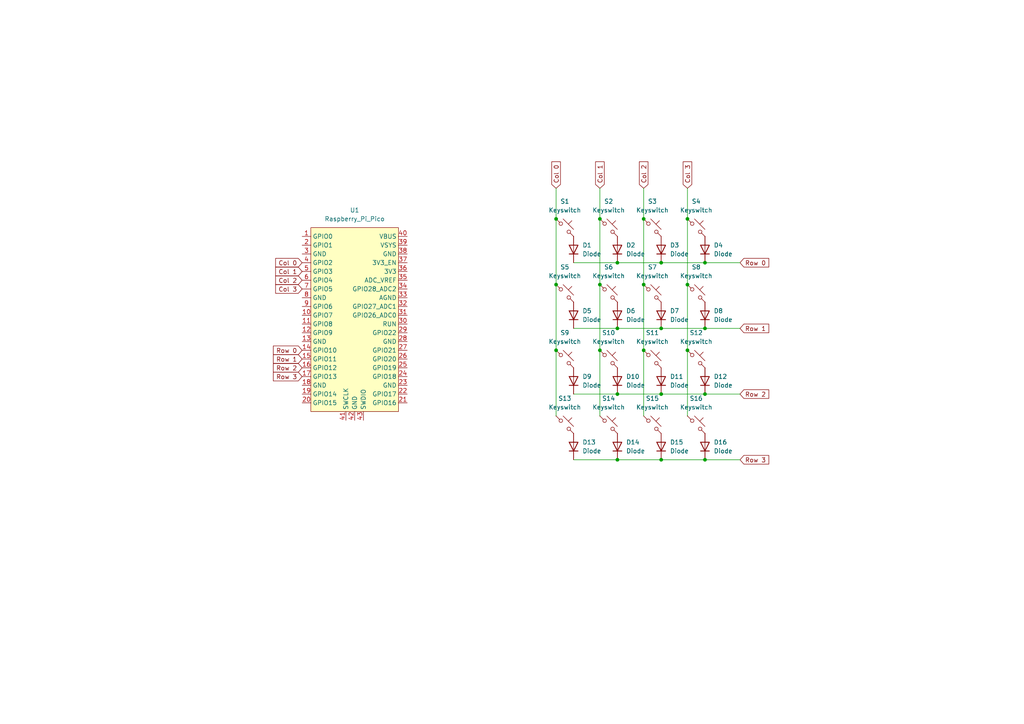
<source format=kicad_sch>
(kicad_sch (version 20230121) (generator eeschema)
  (paper "A4")
  (lib_symbols
    (symbol "extra:MCU_Raspberry_Pi_Pico"
      (property "Reference" "U" (at 0 0 0))
      (property "Value" "Raspberry_Pi_Pico" (at 0 27.94 0))
      (symbol "MCU_Raspberry_Pi_Pico_0_1"
        (rectangle (start -12.7 26.67) (end 12.7 -26.67) (fill (type background)))
      )
      (symbol "MCU_Raspberry_Pi_Pico_1_1"
        (pin bidirectional line (at -15.24 24.13 0) (length 2.54) (name "GPIO0") (number "1"))
        (pin bidirectional line (at -15.24 1.27 0) (length 2.54) (name "GPIO7") (number "10"))
        (pin bidirectional line (at -15.24 -1.27 0) (length 2.54) (name "GPIO8") (number "11"))
        (pin bidirectional line (at -15.24 -3.81 0) (length 2.54) (name "GPIO9") (number "12"))
        (pin power_in line (at -15.24 -6.35 0) (length 2.54) (name "GND") (number "13"))
        (pin bidirectional line (at -15.24 -8.89 0) (length 2.54) (name "GPIO10") (number "14"))
        (pin bidirectional line (at -15.24 -11.43 0) (length 2.54) (name "GPIO11") (number "15"))
        (pin bidirectional line (at -15.24 -13.97 0) (length 2.54) (name "GPIO12") (number "16"))
        (pin bidirectional line (at -15.24 -16.51 0) (length 2.54) (name "GPIO13") (number "17"))
        (pin power_in line (at -15.24 -19.05 0) (length 2.54) (name "GND") (number "18"))
        (pin bidirectional line (at -15.24 -21.59 0) (length 2.54) (name "GPIO14") (number "19"))
        (pin bidirectional line (at -15.24 21.59 0) (length 2.54) (name "GPIO1") (number "2"))
        (pin bidirectional line (at -15.24 -24.13 0) (length 2.54) (name "GPIO15") (number "20"))
        (pin bidirectional line (at 15.24 -24.13 180) (length 2.54) (name "GPIO16") (number "21"))
        (pin bidirectional line (at 15.24 -21.59 180) (length 2.54) (name "GPIO17") (number "22"))
        (pin power_in line (at 15.24 -19.05 180) (length 2.54) (name "GND") (number "23"))
        (pin bidirectional line (at 15.24 -16.51 180) (length 2.54) (name "GPIO18") (number "24"))
        (pin bidirectional line (at 15.24 -13.97 180) (length 2.54) (name "GPIO19") (number "25"))
        (pin bidirectional line (at 15.24 -11.43 180) (length 2.54) (name "GPIO20") (number "26"))
        (pin bidirectional line (at 15.24 -8.89 180) (length 2.54) (name "GPIO21") (number "27"))
        (pin power_in line (at 15.24 -6.35 180) (length 2.54) (name "GND") (number "28"))
        (pin bidirectional line (at 15.24 -3.81 180) (length 2.54) (name "GPIO22") (number "29"))
        (pin power_in line (at -15.24 19.05 0) (length 2.54) (name "GND") (number "3"))
        (pin input line (at 15.24 -1.27 180) (length 2.54) (name "RUN") (number "30"))
        (pin bidirectional line (at 15.24 1.27 180) (length 2.54) (name "GPIO26_ADC0") (number "31"))
        (pin bidirectional line (at 15.24 3.81 180) (length 2.54) (name "GPIO27_ADC1") (number "32"))
        (pin power_in line (at 15.24 6.35 180) (length 2.54) (name "AGND") (number "33"))
        (pin bidirectional line (at 15.24 8.89 180) (length 2.54) (name "GPIO28_ADC2") (number "34"))
        (pin power_in line (at 15.24 11.43 180) (length 2.54) (name "ADC_VREF") (number "35"))
        (pin power_in line (at 15.24 13.97 180) (length 2.54) (name "3V3") (number "36"))
        (pin input line (at 15.24 16.51 180) (length 2.54) (name "3V3_EN") (number "37"))
        (pin bidirectional line (at 15.24 19.05 180) (length 2.54) (name "GND") (number "38"))
        (pin power_in line (at 15.24 21.59 180) (length 2.54) (name "VSYS") (number "39"))
        (pin bidirectional line (at -15.24 16.51 0) (length 2.54) (name "GPIO2") (number "4"))
        (pin power_in line (at 15.24 24.13 180) (length 2.54) (name "VBUS") (number "40"))
        (pin input line (at -2.54 -29.21 90) (length 2.54) (name "SWCLK") (number "41"))
        (pin power_in line (at 0 -29.21 90) (length 2.54) (name "GND") (number "42"))
        (pin bidirectional line (at 2.54 -29.21 90) (length 2.54) (name "SWDIO") (number "43"))
        (pin bidirectional line (at -15.24 13.97 0) (length 2.54) (name "GPIO3") (number "5"))
        (pin bidirectional line (at -15.24 11.43 0) (length 2.54) (name "GPIO4") (number "6"))
        (pin bidirectional line (at -15.24 8.89 0) (length 2.54) (name "GPIO5") (number "7"))
        (pin power_in line (at -15.24 6.35 0) (length 2.54) (name "GND") (number "8"))
        (pin bidirectional line (at -15.24 3.81 0) (length 2.54) (name "GPIO6") (number "9"))
      )
    )
    (symbol "extra:Placeholder_Diode" (pin_numbers hide) (pin_names hide)
      (property "Reference" "D" (at 0 2.54 0))
      (property "Value" "Diode" (at 0 -2.54 0))
      (symbol "Placeholder_Diode_0_1"
        (polyline (pts (xy -1.27 1.27) (xy -1.27 -1.27)) (stroke (width 0.254)))
        (polyline (pts (xy 1.27 0) (xy -1.27 0)))
        (polyline (pts (xy 1.27 1.27) (xy 1.27 -1.27) (xy -1.27 0) (xy 1.27 1.27)) (stroke (width 0.254)))
      )
      (symbol "Placeholder_Diode_1_1"
        (pin passive line (at -3.81 0 0) (length 2.54) (name "K") (number "1"))
        (pin passive line (at 3.81 0 180) (length 2.54) (name "A") (number "2"))
      )
    )
    (symbol "extra:Placeholder_Keyswitch" (pin_numbers hide) (pin_names (offset 1.016) hide)
      (property "Reference" "S" (at 3.048 1.016 0))
      (property "Value" "Keyswitch" (at 0 -3.81 0))
      (symbol "Placeholder_Keyswitch_0_1"
        (circle (center -1.1684 1.1684) (radius 0.508))
        (polyline (pts (xy -0.508 2.54) (xy 2.54 -0.508)))
        (polyline (pts (xy 1.016 1.016) (xy 2.032 2.032)))
        (polyline (pts (xy -2.54 2.54) (xy -1.524 1.524) (xy -1.524 1.524)))
        (polyline (pts (xy 1.524 -1.524) (xy 2.54 -2.54) (xy 2.54 -2.54) (xy 2.54 -2.54)))
        (circle (center 1.143 -1.1938) (radius 0.508))
        (pin passive line (at -2.54 2.54 0) (length 0) (name "1") (number "1"))
        (pin passive line (at 2.54 -2.54 180) (length 0) (name "2") (number "2"))
      )
    )
  )
  (junction (at 191.77 76.2))
  (junction (at 173.99 63.5))
  (junction (at 186.69 82.55))
  (junction (at 179.07 76.2))
  (junction (at 204.47 76.2))
  (junction (at 173.99 101.6))
  (junction (at 199.39 82.55))
  (junction (at 186.69 101.6))
  (junction (at 191.77 133.35))
  (junction (at 204.47 133.35))
  (junction (at 204.47 114.3))
  (junction (at 161.29 63.5))
  (junction (at 199.39 63.5))
  (junction (at 179.07 114.3))
  (junction (at 161.29 82.55))
  (junction (at 204.47 95.25))
  (junction (at 179.07 133.35))
  (junction (at 161.29 101.6))
  (junction (at 179.07 95.25))
  (junction (at 199.39 101.6))
  (junction (at 191.77 114.3))
  (junction (at 173.99 82.55))
  (junction (at 191.77 95.25))
  (junction (at 186.69 63.5))
  (wire (pts (xy 161.29 63.5) (xy 161.29 82.55)))
  (wire (pts (xy 161.29 82.55) (xy 161.29 101.6)))
  (wire (pts (xy 166.37 95.25) (xy 179.07 95.25)))
  (wire (pts (xy 161.29 101.6) (xy 161.29 120.65)))
  (wire (pts (xy 191.77 76.2) (xy 204.47 76.2)))
  (wire (pts (xy 186.69 54.61) (xy 186.69 63.5)))
  (wire (pts (xy 166.37 133.35) (xy 179.07 133.35)))
  (wire (pts (xy 214.63 114.3) (xy 204.47 114.3)))
  (wire (pts (xy 199.39 101.6) (xy 199.39 120.65)))
  (wire (pts (xy 166.37 114.3) (xy 179.07 114.3)))
  (wire (pts (xy 186.69 101.6) (xy 186.69 120.65)))
  (wire (pts (xy 199.39 82.55) (xy 199.39 101.6)))
  (wire (pts (xy 204.47 95.25) (xy 214.63 95.25)))
  (wire (pts (xy 199.39 54.61) (xy 199.39 63.5)))
  (wire (pts (xy 179.07 95.25) (xy 191.77 95.25)))
  (wire (pts (xy 173.99 54.61) (xy 173.99 63.5)))
  (wire (pts (xy 173.99 82.55) (xy 173.99 101.6)))
  (wire (pts (xy 186.69 82.55) (xy 186.69 101.6)))
  (wire (pts (xy 186.69 63.5) (xy 186.69 82.55)))
  (wire (pts (xy 191.77 95.25) (xy 204.47 95.25)))
  (wire (pts (xy 191.77 133.35) (xy 204.47 133.35)))
  (wire (pts (xy 214.63 76.2) (xy 204.47 76.2)))
  (wire (pts (xy 199.39 63.5) (xy 199.39 82.55)))
  (wire (pts (xy 161.29 54.61) (xy 161.29 63.5)))
  (wire (pts (xy 173.99 63.5) (xy 173.99 82.55)))
  (wire (pts (xy 173.99 101.6) (xy 173.99 120.65)))
  (wire (pts (xy 191.77 114.3) (xy 204.47 114.3)))
  (wire (pts (xy 214.63 133.35) (xy 204.47 133.35)))
  (wire (pts (xy 179.07 114.3) (xy 191.77 114.3)))
  (wire (pts (xy 166.37 76.2) (xy 179.07 76.2)))
  (wire (pts (xy 179.07 133.35) (xy 191.77 133.35)))
  (wire (pts (xy 179.07 76.2) (xy 191.77 76.2)))
  (global_label "Col 2" (shape input) (at 186.69 54.61 90) (property "Intersheetrefs" "${INTERSHEET_REFS}" (effects hide)))
  (global_label "Row 2" (shape input) (at 214.63 114.3 0) (property "Intersheetrefs" "${INTERSHEET_REFS}" (effects hide)))
  (global_label "Row 2" (shape input) (at 87.63 106.68 180) (property "Intersheetrefs" "${INTERSHEET_REFS}" (effects hide)))
  (global_label "Row 3" (shape input) (at 214.63 133.35 0) (property "Intersheetrefs" "${INTERSHEET_REFS}" (effects hide)))
  (global_label "Row 1" (shape input) (at 87.63 104.14 180) (property "Intersheetrefs" "${INTERSHEET_REFS}" (effects hide)))
  (global_label "Row 0" (shape input) (at 87.63 101.6 180) (property "Intersheetrefs" "${INTERSHEET_REFS}" (effects hide)))
  (global_label "Row 1" (shape input) (at 214.63 95.25 0) (property "Intersheetrefs" "${INTERSHEET_REFS}" (effects hide)))
  (global_label "Col 3" (shape input) (at 199.39 54.61 90) (property "Intersheetrefs" "${INTERSHEET_REFS}" (effects hide)))
  (global_label "Col 0" (shape input) (at 161.29 54.61 90) (property "Intersheetrefs" "${INTERSHEET_REFS}" (effects hide)))
  (global_label "Col 3" (shape input) (at 87.63 83.82 180) (property "Intersheetrefs" "${INTERSHEET_REFS}" (effects hide)))
  (global_label "Col 2" (shape input) (at 87.63 81.28 180) (property "Intersheetrefs" "${INTERSHEET_REFS}" (effects hide)))
  (global_label "Col 0" (shape input) (at 87.63 76.2 180) (property "Intersheetrefs" "${INTERSHEET_REFS}" (effects hide)))
  (global_label "Row 0" (shape input) (at 214.63 76.2 0) (property "Intersheetrefs" "${INTERSHEET_REFS}" (effects hide)))
  (global_label "Row 3" (shape input) (at 87.63 109.22 180) (property "Intersheetrefs" "${INTERSHEET_REFS}" (effects hide)))
  (global_label "Col 1" (shape input) (at 87.63 78.74 180) (property "Intersheetrefs" "${INTERSHEET_REFS}" (effects hide)))
  (global_label "Col 1" (shape input) (at 173.99 54.61 90) (property "Intersheetrefs" "${INTERSHEET_REFS}" (effects hide)))
  (symbol (lib_id "extra:Placeholder_Keyswitch") (at 189.23 66.04 0) (unit 1)
    (property "Reference" "S3" (at 189.23 58.42 0))
    (property "Value" "Keyswitch" (at 189.23 60.96 0))
    (property "Footprint" "MX:MX_PCB_1.00u" (effects hide))
  )
  (symbol (lib_id "extra:Placeholder_Keyswitch") (at 176.53 123.19 0) (unit 1)
    (property "Reference" "S14" (at 176.53 115.57 0))
    (property "Value" "Keyswitch" (at 176.53 118.11 0))
    (property "Footprint" "MX:MX_PCB_1.00u" (effects hide))
  )
  (symbol (lib_id "extra:Placeholder_Diode") (at 191.77 91.44 90) (unit 1)
    (property "Reference" "D7" (at 194.31 90.17 90) (effects (justify right)))
    (property "Value" "Diode" (at 194.31 92.71 90) (effects (justify right)))
    (property "Footprint" "Components:Diode_DO-35" (effects hide))
    (property "Sim.Device" "D" (effects hide))
    (property "Sim.Pins" "1=K 2=A" (effects hide))
  )
  (symbol (lib_id "extra:Placeholder_Diode") (at 166.37 91.44 90) (unit 1)
    (property "Reference" "D5" (at 168.91 90.17 90) (effects (justify right)))
    (property "Value" "Diode" (at 168.91 92.71 90) (effects (justify right)))
    (property "Footprint" "Components:Diode_DO-35" (effects hide))
    (property "Sim.Device" "D" (effects hide))
    (property "Sim.Pins" "1=K 2=A" (effects hide))
  )
  (symbol (lib_id "extra:Placeholder_Keyswitch") (at 189.23 123.19 0) (unit 1)
    (property "Reference" "S15" (at 189.23 115.57 0))
    (property "Value" "Keyswitch" (at 189.23 118.11 0))
    (property "Footprint" "MX:MX_PCB_1.00u" (effects hide))
  )
  (symbol (lib_id "extra:Placeholder_Diode") (at 166.37 110.49 90) (unit 1)
    (property "Reference" "D9" (at 168.91 109.22 90) (effects (justify right)))
    (property "Value" "Diode" (at 168.91 111.76 90) (effects (justify right)))
    (property "Footprint" "Components:Diode_DO-35" (effects hide))
    (property "Sim.Device" "D" (effects hide))
    (property "Sim.Pins" "1=K 2=A" (effects hide))
  )
  (symbol (lib_id "extra:Placeholder_Keyswitch") (at 163.83 85.09 0) (unit 1)
    (property "Reference" "S5" (at 163.83 77.47 0))
    (property "Value" "Keyswitch" (at 163.83 80.01 0))
    (property "Footprint" "MX:MX_PCB_1.00u" (effects hide))
  )
  (symbol (lib_id "extra:Placeholder_Keyswitch") (at 201.93 66.04 0) (unit 1)
    (property "Reference" "S4" (at 201.93 58.42 0))
    (property "Value" "Keyswitch" (at 201.93 60.96 0))
    (property "Footprint" "MX:MX_PCB_1.00u" (effects hide))
  )
  (symbol (lib_id "extra:Placeholder_Keyswitch") (at 163.83 66.04 0) (unit 1)
    (property "Reference" "S1" (at 163.83 58.42 0))
    (property "Value" "Keyswitch" (at 163.83 60.96 0))
    (property "Footprint" "MX:MX_PCB_1.00u" (effects hide))
  )
  (symbol (lib_id "extra:Placeholder_Diode") (at 191.77 129.54 90) (unit 1)
    (property "Reference" "D15" (at 194.31 128.27 90) (effects (justify right)))
    (property "Value" "Diode" (at 194.31 130.81 90) (effects (justify right)))
    (property "Footprint" "Components:Diode_DO-35" (effects hide))
    (property "Sim.Device" "D" (effects hide))
    (property "Sim.Pins" "1=K 2=A" (effects hide))
  )
  (symbol (lib_id "extra:Placeholder_Diode") (at 179.07 72.39 90) (unit 1)
    (property "Reference" "D2" (at 181.61 71.12 90) (effects (justify right)))
    (property "Value" "Diode" (at 181.61 73.66 90) (effects (justify right)))
    (property "Footprint" "Components:Diode_DO-35" (effects hide))
    (property "Sim.Device" "D" (effects hide))
    (property "Sim.Pins" "1=K 2=A" (effects hide))
  )
  (symbol (lib_id "extra:Placeholder_Diode") (at 166.37 129.54 90) (unit 1)
    (property "Reference" "D13" (at 168.91 128.27 90) (effects (justify right)))
    (property "Value" "Diode" (at 168.91 130.81 90) (effects (justify right)))
    (property "Footprint" "Components:Diode_DO-35" (effects hide))
    (property "Sim.Device" "D" (effects hide))
    (property "Sim.Pins" "1=K 2=A" (effects hide))
  )
  (symbol (lib_id "extra:Placeholder_Keyswitch") (at 201.93 123.19 0) (unit 1)
    (property "Reference" "S16" (at 201.93 115.57 0))
    (property "Value" "Keyswitch" (at 201.93 118.11 0))
    (property "Footprint" "MX:MX_PCB_1.00u" (effects hide))
  )
  (symbol (lib_id "extra:Placeholder_Diode") (at 204.47 72.39 90) (unit 1)
    (property "Reference" "D4" (at 207.01 71.12 90) (effects (justify right)))
    (property "Value" "Diode" (at 207.01 73.66 90) (effects (justify right)))
    (property "Footprint" "Components:Diode_DO-35" (effects hide))
    (property "Sim.Device" "D" (effects hide))
    (property "Sim.Pins" "1=K 2=A" (effects hide))
  )
  (symbol (lib_id "extra:Placeholder_Diode") (at 179.07 110.49 90) (unit 1)
    (property "Reference" "D10" (at 181.61 109.22 90) (effects (justify right)))
    (property "Value" "Diode" (at 181.61 111.76 90) (effects (justify right)))
    (property "Footprint" "Components:Diode_DO-35" (effects hide))
    (property "Sim.Device" "D" (effects hide))
    (property "Sim.Pins" "1=K 2=A" (effects hide))
  )
  (symbol (lib_id "extra:Placeholder_Keyswitch") (at 201.93 85.09 0) (unit 1)
    (property "Reference" "S8" (at 201.93 77.47 0))
    (property "Value" "Keyswitch" (at 201.93 80.01 0))
    (property "Footprint" "MX:MX_PCB_1.00u" (effects hide))
  )
  (symbol (lib_id "extra:Placeholder_Keyswitch") (at 189.23 104.14 0) (unit 1)
    (property "Reference" "S11" (at 189.23 96.52 0))
    (property "Value" "Keyswitch" (at 189.23 99.06 0))
    (property "Footprint" "MX:MX_PCB_1.00u" (effects hide))
  )
  (symbol (lib_id "extra:Placeholder_Diode") (at 179.07 91.44 90) (unit 1)
    (property "Reference" "D6" (at 181.61 90.17 90) (effects (justify right)))
    (property "Value" "Diode" (at 181.61 92.71 90) (effects (justify right)))
    (property "Footprint" "Components:Diode_DO-35" (effects hide))
    (property "Sim.Device" "D" (effects hide))
    (property "Sim.Pins" "1=K 2=A" (effects hide))
  )
  (symbol (lib_id "extra:Placeholder_Diode") (at 191.77 72.39 90) (unit 1)
    (property "Reference" "D3" (at 194.31 71.12 90) (effects (justify right)))
    (property "Value" "Diode" (at 194.31 73.66 90) (effects (justify right)))
    (property "Footprint" "Components:Diode_DO-35" (effects hide))
    (property "Sim.Device" "D" (effects hide))
    (property "Sim.Pins" "1=K 2=A" (effects hide))
  )
  (symbol (lib_id "extra:Placeholder_Diode") (at 166.37 72.39 90) (unit 1)
    (property "Reference" "D1" (at 168.91 71.12 90) (effects (justify right)))
    (property "Value" "Diode" (at 168.91 73.66 90) (effects (justify right)))
    (property "Footprint" "Components:Diode_DO-35" (effects hide))
    (property "Sim.Device" "D" (effects hide))
    (property "Sim.Pins" "1=K 2=A" (effects hide))
  )
  (symbol (lib_id "extra:Placeholder_Diode") (at 204.47 91.44 90) (unit 1)
    (property "Reference" "D8" (at 207.01 90.17 90) (effects (justify right)))
    (property "Value" "Diode" (at 207.01 92.71 90) (effects (justify right)))
    (property "Footprint" "Components:Diode_DO-35" (effects hide))
    (property "Sim.Device" "D" (effects hide))
    (property "Sim.Pins" "1=K 2=A" (effects hide))
  )
  (symbol (lib_id "extra:Placeholder_Keyswitch") (at 176.53 104.14 0) (unit 1)
    (property "Reference" "S10" (at 176.53 96.52 0))
    (property "Value" "Keyswitch" (at 176.53 99.06 0))
    (property "Footprint" "MX:MX_PCB_1.00u" (effects hide))
  )
  (symbol (lib_id "extra:Placeholder_Diode") (at 191.77 110.49 90) (unit 1)
    (property "Reference" "D11" (at 194.31 109.22 90) (effects (justify right)))
    (property "Value" "Diode" (at 194.31 111.76 90) (effects (justify right)))
    (property "Footprint" "Components:Diode_DO-35" (effects hide))
    (property "Sim.Device" "D" (effects hide))
    (property "Sim.Pins" "1=K 2=A" (effects hide))
  )
  (symbol (lib_id "extra:Placeholder_Diode") (at 204.47 129.54 90) (unit 1)
    (property "Reference" "D16" (at 207.01 128.27 90) (effects (justify right)))
    (property "Value" "Diode" (at 207.01 130.81 90) (effects (justify right)))
    (property "Footprint" "Components:Diode_DO-35" (effects hide))
    (property "Sim.Device" "D" (effects hide))
    (property "Sim.Pins" "1=K 2=A" (effects hide))
  )
  (symbol (lib_id "extra:Placeholder_Keyswitch") (at 176.53 66.04 0) (unit 1)
    (property "Reference" "S2" (at 176.53 58.42 0))
    (property "Value" "Keyswitch" (at 176.53 60.96 0))
    (property "Footprint" "MX:MX_PCB_1.00u" (effects hide))
  )
  (symbol (lib_id "extra:Placeholder_Keyswitch") (at 176.53 85.09 0) (unit 1)
    (property "Reference" "S6" (at 176.53 77.47 0))
    (property "Value" "Keyswitch" (at 176.53 80.01 0))
    (property "Footprint" "MX:MX_PCB_1.00u" (effects hide))
  )
  (symbol (lib_id "extra:Placeholder_Keyswitch") (at 163.83 104.14 0) (unit 1)
    (property "Reference" "S9" (at 163.83 96.52 0))
    (property "Value" "Keyswitch" (at 163.83 99.06 0))
    (property "Footprint" "MX:MX_PCB_1.00u" (effects hide))
  )
  (symbol (lib_id "extra:MCU_Raspberry_Pi_Pico") (at 102.87 92.71 0) (unit 1)
    (property "Reference" "U1" (at 102.87 60.96 0))
    (property "Value" "Raspberry_Pi_Pico" (at 102.87 63.5 0))
    (property "Footprint" "MCU:Raspberry_Pi_Pico" (effects hide))
  )
  (symbol (lib_id "extra:Placeholder_Diode") (at 204.47 110.49 90) (unit 1)
    (property "Reference" "D12" (at 207.01 109.22 90) (effects (justify right)))
    (property "Value" "Diode" (at 207.01 111.76 90) (effects (justify right)))
    (property "Footprint" "Components:Diode_DO-35" (effects hide))
    (property "Sim.Device" "D" (effects hide))
    (property "Sim.Pins" "1=K 2=A" (effects hide))
  )
  (symbol (lib_id "extra:Placeholder_Diode") (at 179.07 129.54 90) (unit 1)
    (property "Reference" "D14" (at 181.61 128.27 90) (effects (justify right)))
    (property "Value" "Diode" (at 181.61 130.81 90) (effects (justify right)))
    (property "Footprint" "Components:Diode_DO-35" (effects hide))
    (property "Sim.Device" "D" (effects hide))
    (property "Sim.Pins" "1=K 2=A" (effects hide))
  )
  (symbol (lib_id "extra:Placeholder_Keyswitch") (at 163.83 123.19 0) (unit 1)
    (property "Reference" "S13" (at 163.83 115.57 0))
    (property "Value" "Keyswitch" (at 163.83 118.11 0))
    (property "Footprint" "MX:MX_PCB_1.00u" (effects hide))
  )
  (symbol (lib_id "extra:Placeholder_Keyswitch") (at 189.23 85.09 0) (unit 1)
    (property "Reference" "S7" (at 189.23 77.47 0))
    (property "Value" "Keyswitch" (at 189.23 80.01 0))
    (property "Footprint" "MX:MX_PCB_1.00u" (effects hide))
  )
  (symbol (lib_id "extra:Placeholder_Keyswitch") (at 201.93 104.14 0) (unit 1)
    (property "Reference" "S12" (at 201.93 96.52 0))
    (property "Value" "Keyswitch" (at 201.93 99.06 0))
    (property "Footprint" "MX:MX_PCB_1.00u" (effects hide))
  )
)
</source>
